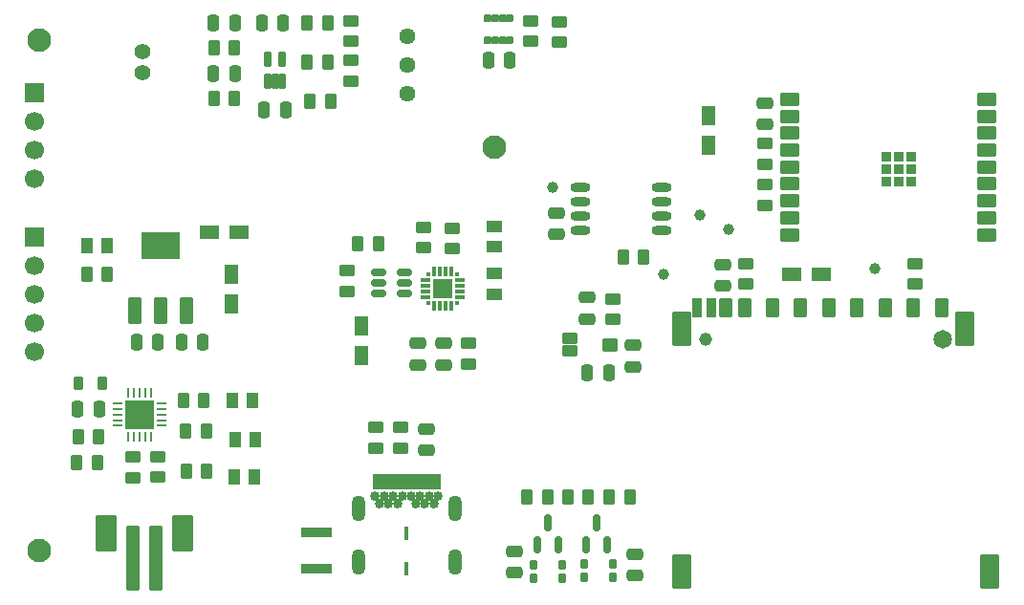
<source format=gbr>
%TF.GenerationSoftware,KiCad,Pcbnew,9.0.4*%
%TF.CreationDate,2025-09-02T02:13:18+05:30*%
%TF.ProjectId,ESP32 project,45535033-3220-4707-926f-6a6563742e6b,rev?*%
%TF.SameCoordinates,Original*%
%TF.FileFunction,Soldermask,Top*%
%TF.FilePolarity,Negative*%
%FSLAX46Y46*%
G04 Gerber Fmt 4.6, Leading zero omitted, Abs format (unit mm)*
G04 Created by KiCad (PCBNEW 9.0.4) date 2025-09-02 02:13:18*
%MOMM*%
%LPD*%
G01*
G04 APERTURE LIST*
G04 Aperture macros list*
%AMRoundRect*
0 Rectangle with rounded corners*
0 $1 Rounding radius*
0 $2 $3 $4 $5 $6 $7 $8 $9 X,Y pos of 4 corners*
0 Add a 4 corners polygon primitive as box body*
4,1,4,$2,$3,$4,$5,$6,$7,$8,$9,$2,$3,0*
0 Add four circle primitives for the rounded corners*
1,1,$1+$1,$2,$3*
1,1,$1+$1,$4,$5*
1,1,$1+$1,$6,$7*
1,1,$1+$1,$8,$9*
0 Add four rect primitives between the rounded corners*
20,1,$1+$1,$2,$3,$4,$5,0*
20,1,$1+$1,$4,$5,$6,$7,0*
20,1,$1+$1,$6,$7,$8,$9,0*
20,1,$1+$1,$8,$9,$2,$3,0*%
G04 Aperture macros list end*
%ADD10R,1.400000X1.000000*%
%ADD11RoundRect,0.102000X-0.750000X-0.450000X0.750000X-0.450000X0.750000X0.450000X-0.750000X0.450000X0*%
%ADD12RoundRect,0.102000X-0.350000X-0.350000X0.350000X-0.350000X0.350000X0.350000X-0.350000X0.350000X0*%
%ADD13R,1.230000X1.800000*%
%ADD14RoundRect,0.250000X-0.450000X0.262500X-0.450000X-0.262500X0.450000X-0.262500X0.450000X0.262500X0*%
%ADD15RoundRect,0.250000X0.262500X0.450000X-0.262500X0.450000X-0.262500X-0.450000X0.262500X-0.450000X0*%
%ADD16RoundRect,0.250000X-0.250000X-0.475000X0.250000X-0.475000X0.250000X0.475000X-0.250000X0.475000X0*%
%ADD17RoundRect,0.250000X0.475000X-0.250000X0.475000X0.250000X-0.475000X0.250000X-0.475000X-0.250000X0*%
%ADD18RoundRect,0.250000X0.450000X-0.262500X0.450000X0.262500X-0.450000X0.262500X-0.450000X-0.262500X0*%
%ADD19RoundRect,0.250000X-0.475000X0.250000X-0.475000X-0.250000X0.475000X-0.250000X0.475000X0.250000X0*%
%ADD20R,1.000000X1.400000*%
%ADD21RoundRect,0.250000X0.250000X0.475000X-0.250000X0.475000X-0.250000X-0.475000X0.250000X-0.475000X0*%
%ADD22C,1.000000*%
%ADD23O,1.804000X0.804000*%
%ADD24RoundRect,0.250000X-0.262500X-0.450000X0.262500X-0.450000X0.262500X0.450000X-0.262500X0.450000X0*%
%ADD25C,1.412000*%
%ADD26C,1.440000*%
%ADD27R,1.700000X1.700000*%
%ADD28C,1.700000*%
%ADD29C,1.150000*%
%ADD30C,1.650000*%
%ADD31RoundRect,0.102000X-0.500000X-0.750000X0.500000X-0.750000X0.500000X0.750000X-0.500000X0.750000X0*%
%ADD32RoundRect,0.102000X-0.350000X-0.750000X0.350000X-0.750000X0.350000X0.750000X-0.350000X0.750000X0*%
%ADD33RoundRect,0.102000X-0.750000X-1.400000X0.750000X-1.400000X0.750000X1.400000X-0.750000X1.400000X0*%
%ADD34RoundRect,0.102000X-0.150000X-0.600000X0.150000X-0.600000X0.150000X0.600000X-0.150000X0.600000X0*%
%ADD35C,0.854000*%
%ADD36RoundRect,0.102000X-0.100000X-0.500000X0.100000X-0.500000X0.100000X0.500000X-0.100000X0.500000X0*%
%ADD37O,1.254000X2.304000*%
%ADD38RoundRect,0.102000X-0.500000X-2.750000X0.500000X-2.750000X0.500000X2.750000X-0.500000X2.750000X0*%
%ADD39RoundRect,0.102000X-0.800000X-1.500000X0.800000X-1.500000X0.800000X1.500000X-0.800000X1.500000X0*%
%ADD40RoundRect,0.102000X-0.550000X-0.400000X0.550000X-0.400000X0.550000X0.400000X-0.550000X0.400000X0*%
%ADD41RoundRect,0.102000X-0.550000X-0.500000X0.550000X-0.500000X0.550000X0.500000X-0.550000X0.500000X0*%
%ADD42RoundRect,0.081750X0.245250X-0.265250X0.245250X0.265250X-0.245250X0.265250X-0.245250X-0.265250X0*%
%ADD43C,2.100000*%
%ADD44R,0.300000X0.300000*%
%ADD45R,0.900000X0.300000*%
%ADD46R,0.300000X0.900000*%
%ADD47R,1.800000X1.800000*%
%ADD48RoundRect,0.062500X-0.350000X-0.062500X0.350000X-0.062500X0.350000X0.062500X-0.350000X0.062500X0*%
%ADD49RoundRect,0.062500X-0.062500X-0.350000X0.062500X-0.350000X0.062500X0.350000X-0.062500X0.350000X0*%
%ADD50R,2.500000X2.500000*%
%ADD51RoundRect,0.218750X0.218750X0.381250X-0.218750X0.381250X-0.218750X-0.381250X0.218750X-0.381250X0*%
%ADD52R,2.810000X0.910000*%
%ADD53RoundRect,0.150000X0.512500X0.150000X-0.512500X0.150000X-0.512500X-0.150000X0.512500X-0.150000X0*%
%ADD54RoundRect,0.102000X0.275000X0.285000X-0.275000X0.285000X-0.275000X-0.285000X0.275000X-0.285000X0*%
%ADD55R,1.800000X1.230000*%
%ADD56RoundRect,0.102000X0.475000X-1.075000X0.475000X1.075000X-0.475000X1.075000X-0.475000X-1.075000X0*%
%ADD57RoundRect,0.102000X1.625000X-1.075000X1.625000X1.075000X-1.625000X1.075000X-1.625000X-1.075000X0*%
%ADD58RoundRect,0.102000X-0.275000X-0.285000X0.275000X-0.285000X0.275000X0.285000X-0.275000X0.285000X0*%
%ADD59RoundRect,0.151000X0.151000X-0.546000X0.151000X0.546000X-0.151000X0.546000X-0.151000X-0.546000X0*%
%ADD60RoundRect,0.150000X0.150000X-0.587500X0.150000X0.587500X-0.150000X0.587500X-0.150000X-0.587500X0*%
G04 APERTURE END LIST*
D10*
%TO.C,LED5*%
X176000000Y-97200000D03*
X176000000Y-99000000D03*
%TD*%
%TO.C,LED6*%
X176000000Y-94810000D03*
X176000000Y-93010000D03*
%TD*%
D11*
%TO.C,U5*%
X202140000Y-81750000D03*
X202140000Y-83250000D03*
X202140000Y-84750000D03*
X202140000Y-86250000D03*
X202140000Y-87750000D03*
X202140000Y-89250000D03*
X202140000Y-90750000D03*
X202140000Y-92250000D03*
X202140000Y-93750000D03*
X219640000Y-93750000D03*
X219640000Y-92250000D03*
X219640000Y-90750000D03*
X219640000Y-89250000D03*
X219640000Y-87750000D03*
X219640000Y-86250000D03*
X219640000Y-84750000D03*
X219640000Y-83250000D03*
X219640000Y-81750000D03*
D12*
X210750000Y-86850000D03*
X211850000Y-86850000D03*
X212950000Y-86850000D03*
X210750000Y-87950000D03*
X211850000Y-87950000D03*
X212950000Y-87950000D03*
X210750000Y-89050000D03*
X211850000Y-89050000D03*
X212950000Y-89050000D03*
%TD*%
D13*
%TO.C,C8*%
X164250000Y-104457500D03*
X164250000Y-101837500D03*
%TD*%
D14*
%TO.C,R19*%
X213250000Y-96300000D03*
X213250000Y-98125000D03*
%TD*%
D15*
%TO.C,R3*%
X150287500Y-108425000D03*
X148462500Y-108425000D03*
%TD*%
D14*
%TO.C,R16*%
X200000000Y-85675000D03*
X200000000Y-87500000D03*
%TD*%
%TO.C,R15*%
X172250000Y-93175000D03*
X172250000Y-95000000D03*
%TD*%
D16*
%TO.C,C18*%
X155650000Y-82670000D03*
X157550000Y-82670000D03*
%TD*%
D17*
%TO.C,C3*%
X170000000Y-112862500D03*
X170000000Y-110962500D03*
%TD*%
D18*
%TO.C,R23*%
X163350000Y-76622500D03*
X163350000Y-74797500D03*
%TD*%
D19*
%TO.C,C22*%
X184250000Y-99300000D03*
X184250000Y-101200000D03*
%TD*%
D20*
%TO.C,LED4*%
X152975000Y-115175000D03*
X154775000Y-115175000D03*
%TD*%
D21*
%TO.C,C24*%
X153050000Y-74960000D03*
X151150000Y-74960000D03*
%TD*%
D22*
%TO.C,TP5*%
X181155000Y-89545000D03*
%TD*%
D23*
%TO.C,U4*%
X183650000Y-89545000D03*
X183650000Y-90815000D03*
X183650000Y-92085000D03*
X183650000Y-93355000D03*
X190850000Y-93355000D03*
X190850000Y-92085000D03*
X190850000Y-90815000D03*
X190850000Y-89545000D03*
%TD*%
D19*
%TO.C,C11*%
X200000000Y-82100000D03*
X200000000Y-84000000D03*
%TD*%
D21*
%TO.C,C6*%
X141025000Y-109175000D03*
X139125000Y-109175000D03*
%TD*%
D24*
%TO.C,R24*%
X151187500Y-81710000D03*
X153012500Y-81710000D03*
%TD*%
D15*
%TO.C,R7*%
X150512500Y-111175000D03*
X148687500Y-111175000D03*
%TD*%
D25*
%TO.C,MK1*%
X144850000Y-77510000D03*
X144850000Y-79410000D03*
%TD*%
D26*
%TO.C,R32*%
X168350000Y-81290000D03*
X168350000Y-78750000D03*
X168350000Y-76210000D03*
%TD*%
D18*
%TO.C,R13*%
X173750000Y-105200000D03*
X173750000Y-103375000D03*
%TD*%
D24*
%TO.C,R30*%
X182500000Y-117000000D03*
X184325000Y-117000000D03*
%TD*%
D16*
%TO.C,C1*%
X148300000Y-103250000D03*
X150200000Y-103250000D03*
%TD*%
D14*
%TO.C,R14*%
X169750000Y-93087500D03*
X169750000Y-94912500D03*
%TD*%
D18*
%TO.C,R17*%
X200000000Y-91162500D03*
X200000000Y-89337500D03*
%TD*%
D27*
%TO.C,J5*%
X135250000Y-93980000D03*
D28*
X135250000Y-96520000D03*
X135250000Y-99060000D03*
X135250000Y-101600000D03*
X135250000Y-104140000D03*
%TD*%
D17*
%TO.C,C10*%
X169250000Y-105287500D03*
X169250000Y-103387500D03*
%TD*%
D21*
%TO.C,C17*%
X153050000Y-79460000D03*
X151150000Y-79460000D03*
%TD*%
D20*
%TO.C,LED1*%
X152825000Y-108425000D03*
X154625000Y-108425000D03*
%TD*%
D29*
%TO.C,J3*%
X194750000Y-103050000D03*
D30*
X215750000Y-103050000D03*
D31*
X213125000Y-100250000D03*
X210625000Y-100250000D03*
X208125000Y-100250000D03*
X205625000Y-100250000D03*
X203125000Y-100250000D03*
X200625000Y-100250000D03*
X198200000Y-100250000D03*
X196500000Y-100250000D03*
X215625000Y-100250000D03*
D32*
X195200000Y-100250000D03*
D33*
X192600000Y-102050000D03*
X217700000Y-102050000D03*
X219900000Y-123550000D03*
X192600000Y-123550000D03*
D32*
X194000000Y-100250000D03*
%TD*%
D34*
%TO.C,J1*%
X165500000Y-115620000D03*
X166000000Y-115620000D03*
X166500000Y-115620000D03*
X167000000Y-115620000D03*
X167500000Y-115620000D03*
X168000000Y-115620000D03*
X168500000Y-115620000D03*
X169000000Y-115620000D03*
X169500000Y-115620000D03*
X170000000Y-115620000D03*
X170500000Y-115620000D03*
X171000000Y-115620000D03*
D35*
X171050000Y-116870000D03*
X170650000Y-117580000D03*
X169850000Y-117580000D03*
X169450000Y-116870000D03*
X169050000Y-117580000D03*
X168650000Y-116870000D03*
X167850000Y-116870000D03*
X167450000Y-117580000D03*
X167050000Y-116870000D03*
X166650000Y-117580000D03*
X165850000Y-117580000D03*
X165450000Y-116870000D03*
X170250000Y-116870000D03*
X166250000Y-116870000D03*
D36*
X168250000Y-120200000D03*
X168250000Y-123300000D03*
D37*
X163980000Y-118020000D03*
X172520000Y-118020000D03*
X163980000Y-122750000D03*
X172520000Y-122750000D03*
%TD*%
D38*
%TO.C,J2*%
X144037500Y-122425000D03*
X146037500Y-122425000D03*
D39*
X141637500Y-120175000D03*
X148437500Y-120175000D03*
%TD*%
D40*
%TO.C,Q1*%
X182740000Y-102950000D03*
X182740000Y-104050000D03*
D41*
X186250000Y-103500000D03*
%TD*%
D42*
%TO.C,U6*%
X175450000Y-74560000D03*
X176100000Y-74560000D03*
X176750000Y-74560000D03*
X177400000Y-74560000D03*
X177400000Y-76500000D03*
X176750000Y-76500000D03*
X176100000Y-76500000D03*
X175450000Y-76500000D03*
%TD*%
D43*
%TO.C,REF\u002A\u002A*%
X135750000Y-121750000D03*
%TD*%
D15*
%TO.C,R29*%
X188000000Y-117000000D03*
X186175000Y-117000000D03*
%TD*%
D17*
%TO.C,C19*%
X188500000Y-123950000D03*
X188500000Y-122050000D03*
%TD*%
D43*
%TO.C,REF\u002A\u002A*%
X176000000Y-86000000D03*
%TD*%
D44*
%TO.C,U3*%
X170200000Y-97277500D03*
D45*
X169900000Y-97777500D03*
X169900000Y-98277500D03*
X169900000Y-98777500D03*
X169900000Y-99277500D03*
D44*
X170200000Y-99777500D03*
D46*
X170700000Y-100077500D03*
X171200000Y-100077500D03*
X171700000Y-100077500D03*
X172200000Y-100077500D03*
D44*
X172700000Y-99777500D03*
D45*
X173000000Y-99277500D03*
X173000000Y-98777500D03*
X173000000Y-98277500D03*
X173000000Y-97777500D03*
D44*
X172700000Y-97277500D03*
D46*
X172200000Y-96977500D03*
X171700000Y-96977500D03*
X171200000Y-96977500D03*
X170700000Y-96977500D03*
D47*
X171450000Y-98527500D03*
%TD*%
D19*
%TO.C,C7*%
X171500000Y-103387500D03*
X171500000Y-105287500D03*
%TD*%
D48*
%TO.C,U1*%
X142687500Y-108675000D03*
X142687500Y-109175000D03*
X142687500Y-109675000D03*
X142687500Y-110175000D03*
X142687500Y-110675000D03*
D49*
X143625000Y-111612500D03*
X144125000Y-111612500D03*
X144625000Y-111612500D03*
X145125000Y-111612500D03*
X145625000Y-111612500D03*
D48*
X146562500Y-110675000D03*
X146562500Y-110175000D03*
X146562500Y-109675000D03*
X146562500Y-109175000D03*
X146562500Y-108675000D03*
D49*
X145625000Y-107737500D03*
X145125000Y-107737500D03*
X144625000Y-107737500D03*
X144125000Y-107737500D03*
X143625000Y-107737500D03*
D50*
X144625000Y-109675000D03*
%TD*%
D51*
%TO.C,FB1*%
X141312500Y-106875000D03*
X139187500Y-106875000D03*
%TD*%
D18*
%TO.C,R4*%
X144000000Y-115287500D03*
X144000000Y-113462500D03*
%TD*%
D20*
%TO.C,LED2*%
X139950000Y-94750000D03*
X141750000Y-94750000D03*
%TD*%
D14*
%TO.C,R8*%
X146250000Y-113425000D03*
X146250000Y-115250000D03*
%TD*%
D19*
%TO.C,C20*%
X177750000Y-121800000D03*
X177750000Y-123700000D03*
%TD*%
D15*
%TO.C,R31*%
X180750000Y-117000000D03*
X178925000Y-117000000D03*
%TD*%
D24*
%TO.C,R28*%
X159437500Y-78460000D03*
X161262500Y-78460000D03*
%TD*%
D43*
%TO.C,REF\u002A\u002A*%
X135750000Y-76500000D03*
%TD*%
D22*
%TO.C,TP1*%
X191000000Y-97250000D03*
%TD*%
D52*
%TO.C,F1*%
X160250000Y-120130000D03*
X160250000Y-123370000D03*
%TD*%
D17*
%TO.C,C21*%
X188250000Y-105450000D03*
X188250000Y-103550000D03*
%TD*%
D24*
%TO.C,R11*%
X163925000Y-94587500D03*
X165750000Y-94587500D03*
%TD*%
D53*
%TO.C,U2*%
X168025000Y-98977500D03*
X168025000Y-98027500D03*
X168025000Y-97077500D03*
X165750000Y-97077500D03*
X165750000Y-98027500D03*
X165750000Y-98977500D03*
%TD*%
D54*
%TO.C,SW2*%
X182050000Y-124160000D03*
X179500000Y-124160000D03*
X182050000Y-123000000D03*
X179500000Y-123000000D03*
%TD*%
D55*
%TO.C,C4*%
X150750000Y-93500000D03*
X153370000Y-93500000D03*
%TD*%
D18*
%TO.C,R18*%
X198250000Y-98125000D03*
X198250000Y-96300000D03*
%TD*%
D20*
%TO.C,LED3*%
X153075000Y-111925000D03*
X154875000Y-111925000D03*
%TD*%
D14*
%TO.C,R25*%
X163350000Y-78297500D03*
X163350000Y-80122500D03*
%TD*%
D18*
%TO.C,R21*%
X181750000Y-76722500D03*
X181750000Y-74897500D03*
%TD*%
D56*
%TO.C,VR1*%
X144150000Y-100500000D03*
X146450000Y-100500000D03*
X148750000Y-100500000D03*
D57*
X146450000Y-94700000D03*
%TD*%
D16*
%TO.C,C16*%
X155400000Y-74960000D03*
X157300000Y-74960000D03*
%TD*%
D24*
%TO.C,R12*%
X187425000Y-95700000D03*
X189250000Y-95700000D03*
%TD*%
D14*
%TO.C,R22*%
X186500000Y-99425000D03*
X186500000Y-101250000D03*
%TD*%
D27*
%TO.C,J4*%
X135250000Y-81190000D03*
D28*
X135250000Y-83730000D03*
X135250000Y-86270000D03*
X135250000Y-88810000D03*
%TD*%
D16*
%TO.C,C23*%
X184250000Y-106000000D03*
X186150000Y-106000000D03*
%TD*%
D18*
%TO.C,R1*%
X167750000Y-112662500D03*
X167750000Y-110837500D03*
%TD*%
D21*
%TO.C,C5*%
X146250000Y-103250000D03*
X144350000Y-103250000D03*
%TD*%
D58*
%TO.C,SW1*%
X183975000Y-122920000D03*
X186525000Y-122920000D03*
X183975000Y-124080000D03*
X186525000Y-124080000D03*
%TD*%
D24*
%TO.C,R27*%
X151187500Y-77210000D03*
X153012500Y-77210000D03*
%TD*%
%TO.C,k1*%
X148712500Y-114675000D03*
X150537500Y-114675000D03*
%TD*%
D22*
%TO.C,TP3*%
X194250000Y-92000000D03*
%TD*%
D24*
%TO.C,R5*%
X139050000Y-113925000D03*
X140875000Y-113925000D03*
%TD*%
%TO.C,R6*%
X139937500Y-97250000D03*
X141762500Y-97250000D03*
%TD*%
D22*
%TO.C,TP2*%
X196750000Y-93250000D03*
%TD*%
D59*
%TO.C,U7*%
X155950000Y-80170000D03*
X156600000Y-80170000D03*
X157250000Y-80170000D03*
X157250000Y-78250000D03*
X155950000Y-78250000D03*
%TD*%
D60*
%TO.C,Q3*%
X184137500Y-121187500D03*
X186037500Y-121187500D03*
X185087500Y-119312500D03*
%TD*%
D15*
%TO.C,R28*%
X161262500Y-74960000D03*
X159437500Y-74960000D03*
%TD*%
D14*
%TO.C,R10*%
X163000000Y-96925000D03*
X163000000Y-98750000D03*
%TD*%
D16*
%TO.C,C15*%
X175500000Y-78310000D03*
X177400000Y-78310000D03*
%TD*%
D19*
%TO.C,C9*%
X181500000Y-91800000D03*
X181500000Y-93700000D03*
%TD*%
D55*
%TO.C,C13*%
X205000000Y-97300000D03*
X202380000Y-97300000D03*
%TD*%
D13*
%TO.C,C2*%
X152750000Y-99870000D03*
X152750000Y-97250000D03*
%TD*%
%TO.C,C12*%
X195000000Y-83190000D03*
X195000000Y-85810000D03*
%TD*%
D19*
%TO.C,C14*%
X196250000Y-96400000D03*
X196250000Y-98300000D03*
%TD*%
D18*
%TO.C,R2*%
X165500000Y-112662500D03*
X165500000Y-110837500D03*
%TD*%
D24*
%TO.C,R9*%
X139162500Y-111675000D03*
X140987500Y-111675000D03*
%TD*%
D18*
%TO.C,R20*%
X179250000Y-76635000D03*
X179250000Y-74810000D03*
%TD*%
D22*
%TO.C,TP4*%
X209750000Y-96750000D03*
%TD*%
D15*
%TO.C,R26*%
X161512500Y-81960000D03*
X159687500Y-81960000D03*
%TD*%
D60*
%TO.C,Q2*%
X179800000Y-121187500D03*
X181700000Y-121187500D03*
X180750000Y-119312500D03*
%TD*%
M02*

</source>
